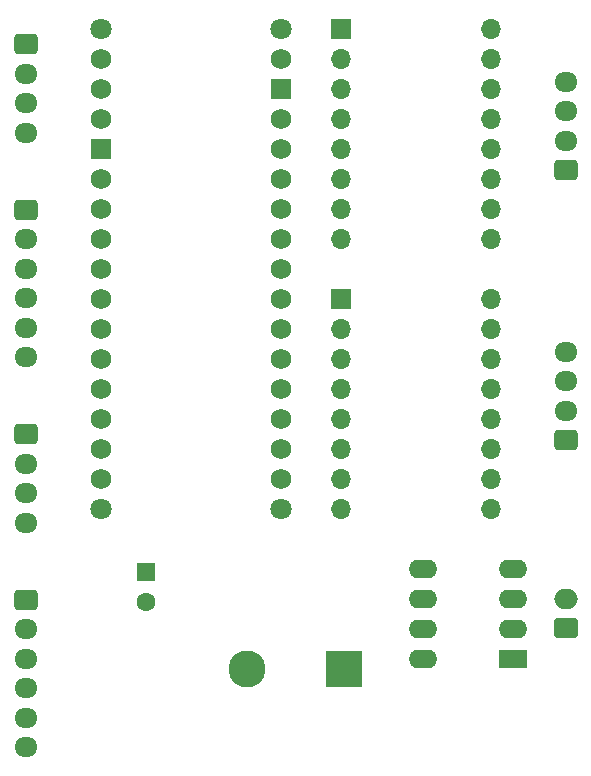
<source format=gts>
G04 #@! TF.GenerationSoftware,KiCad,Pcbnew,7.0.8*
G04 #@! TF.CreationDate,2024-03-11T02:55:17-07:00*
G04 #@! TF.ProjectId,oc_v1,6f635f76-312e-46b6-9963-61645f706362,1*
G04 #@! TF.SameCoordinates,Original*
G04 #@! TF.FileFunction,Soldermask,Top*
G04 #@! TF.FilePolarity,Negative*
%FSLAX46Y46*%
G04 Gerber Fmt 4.6, Leading zero omitted, Abs format (unit mm)*
G04 Created by KiCad (PCBNEW 7.0.8) date 2024-03-11 02:55:17*
%MOMM*%
%LPD*%
G01*
G04 APERTURE LIST*
G04 Aperture macros list*
%AMRoundRect*
0 Rectangle with rounded corners*
0 $1 Rounding radius*
0 $2 $3 $4 $5 $6 $7 $8 $9 X,Y pos of 4 corners*
0 Add a 4 corners polygon primitive as box body*
4,1,4,$2,$3,$4,$5,$6,$7,$8,$9,$2,$3,0*
0 Add four circle primitives for the rounded corners*
1,1,$1+$1,$2,$3*
1,1,$1+$1,$4,$5*
1,1,$1+$1,$6,$7*
1,1,$1+$1,$8,$9*
0 Add four rect primitives between the rounded corners*
20,1,$1+$1,$2,$3,$4,$5,0*
20,1,$1+$1,$4,$5,$6,$7,0*
20,1,$1+$1,$6,$7,$8,$9,0*
20,1,$1+$1,$8,$9,$2,$3,0*%
G04 Aperture macros list end*
%ADD10R,3.145000X3.145000*%
%ADD11C,3.145000*%
%ADD12RoundRect,0.250000X-0.725000X0.600000X-0.725000X-0.600000X0.725000X-0.600000X0.725000X0.600000X0*%
%ADD13O,1.950000X1.700000*%
%ADD14R,1.700000X1.700000*%
%ADD15O,1.700000X1.700000*%
%ADD16C,1.800000*%
%ADD17C,1.727200*%
%ADD18R,1.727200X1.727200*%
%ADD19RoundRect,0.250000X0.750000X-0.600000X0.750000X0.600000X-0.750000X0.600000X-0.750000X-0.600000X0*%
%ADD20O,2.000000X1.700000*%
%ADD21RoundRect,0.250000X0.725000X-0.600000X0.725000X0.600000X-0.725000X0.600000X-0.725000X-0.600000X0*%
%ADD22R,2.400000X1.600000*%
%ADD23O,2.400000X1.600000*%
%ADD24R,1.600000X1.600000*%
%ADD25C,1.600000*%
G04 APERTURE END LIST*
D10*
X143825000Y-103745000D03*
D11*
X135575000Y-103745000D03*
D12*
X116840000Y-50860000D03*
D13*
X116840000Y-53360000D03*
X116840000Y-55860000D03*
X116840000Y-58360000D03*
D14*
X143510000Y-72390000D03*
D15*
X143510000Y-74930000D03*
X143510000Y-77470000D03*
X143510000Y-80010000D03*
X143510000Y-82550000D03*
X143510000Y-85090000D03*
X143510000Y-87630000D03*
X143510000Y-90170000D03*
X156210000Y-90170000D03*
X156210000Y-87630000D03*
X156210000Y-85090000D03*
X156210000Y-82550000D03*
X156210000Y-80010000D03*
X156210000Y-77470000D03*
X156210000Y-74930000D03*
X156210000Y-72390000D03*
D16*
X123190000Y-49530000D03*
X123190000Y-90170000D03*
X138430000Y-49530000D03*
X138430000Y-90170000D03*
D17*
X138430000Y-85090000D03*
X138430000Y-59690000D03*
X138430000Y-80010000D03*
X138430000Y-77470000D03*
X138430000Y-74930000D03*
X138430000Y-72390000D03*
X138430000Y-69850000D03*
X138430000Y-67310000D03*
X138430000Y-64770000D03*
X138430000Y-62230000D03*
X138430000Y-82550000D03*
X138430000Y-57150000D03*
X123190000Y-54610000D03*
X123190000Y-52070000D03*
X123190000Y-62230000D03*
X123190000Y-64770000D03*
X123190000Y-67310000D03*
X123190000Y-69850000D03*
X123190000Y-72390000D03*
X123190000Y-74930000D03*
X123190000Y-77470000D03*
X123190000Y-80010000D03*
X123190000Y-82550000D03*
X123190000Y-85090000D03*
X123190000Y-87630000D03*
X138430000Y-87630000D03*
D18*
X123190000Y-59690000D03*
X138430000Y-54610000D03*
D17*
X123190000Y-57150000D03*
X138430000Y-52070000D03*
D12*
X116840000Y-97890000D03*
D13*
X116840000Y-100390000D03*
X116840000Y-102890000D03*
X116840000Y-105390000D03*
X116840000Y-107890000D03*
X116840000Y-110390000D03*
D12*
X116840000Y-83880000D03*
D13*
X116840000Y-86380000D03*
X116840000Y-88880000D03*
X116840000Y-91380000D03*
D19*
X162560000Y-100310000D03*
D20*
X162560000Y-97810000D03*
D21*
X162560000Y-61535000D03*
D13*
X162560000Y-59035000D03*
X162560000Y-56535000D03*
X162560000Y-54035000D03*
D21*
X162560000Y-84395000D03*
D13*
X162560000Y-81895000D03*
X162560000Y-79395000D03*
X162560000Y-76895000D03*
D22*
X158105000Y-102860000D03*
D23*
X158105000Y-100320000D03*
X158105000Y-97780000D03*
X158105000Y-95240000D03*
X150485000Y-95240000D03*
X150485000Y-97780000D03*
X150485000Y-100320000D03*
X150485000Y-102860000D03*
D14*
X143510000Y-49530000D03*
D15*
X143510000Y-52070000D03*
X143510000Y-54610000D03*
X143510000Y-57150000D03*
X143510000Y-59690000D03*
X143510000Y-62230000D03*
X143510000Y-64770000D03*
X143510000Y-67310000D03*
X156210000Y-67310000D03*
X156210000Y-64770000D03*
X156210000Y-62230000D03*
X156210000Y-59690000D03*
X156210000Y-57150000D03*
X156210000Y-54610000D03*
X156210000Y-52070000D03*
X156210000Y-49530000D03*
D12*
X116840000Y-64870000D03*
D13*
X116840000Y-67370000D03*
X116840000Y-69870000D03*
X116840000Y-72370000D03*
X116840000Y-74870000D03*
X116840000Y-77370000D03*
D24*
X127000000Y-95564888D03*
D25*
X127000000Y-98064888D03*
M02*

</source>
